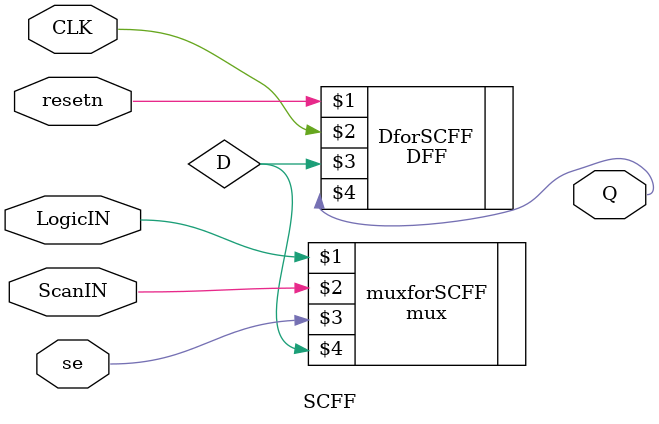
<source format=v>
module SCFF(LogicIN,ScanIN,se,CLK,resetn,Q);
input LogicIN;
input ScanIN;
//input SCANMODE;
input se;
input CLK;
input resetn;
output Q;
wire D;

DFF DforSCFF  (resetn,CLK,D,Q);
mux muxforSCFF(LogicIN,ScanIN,se,D);
endmodule

</source>
